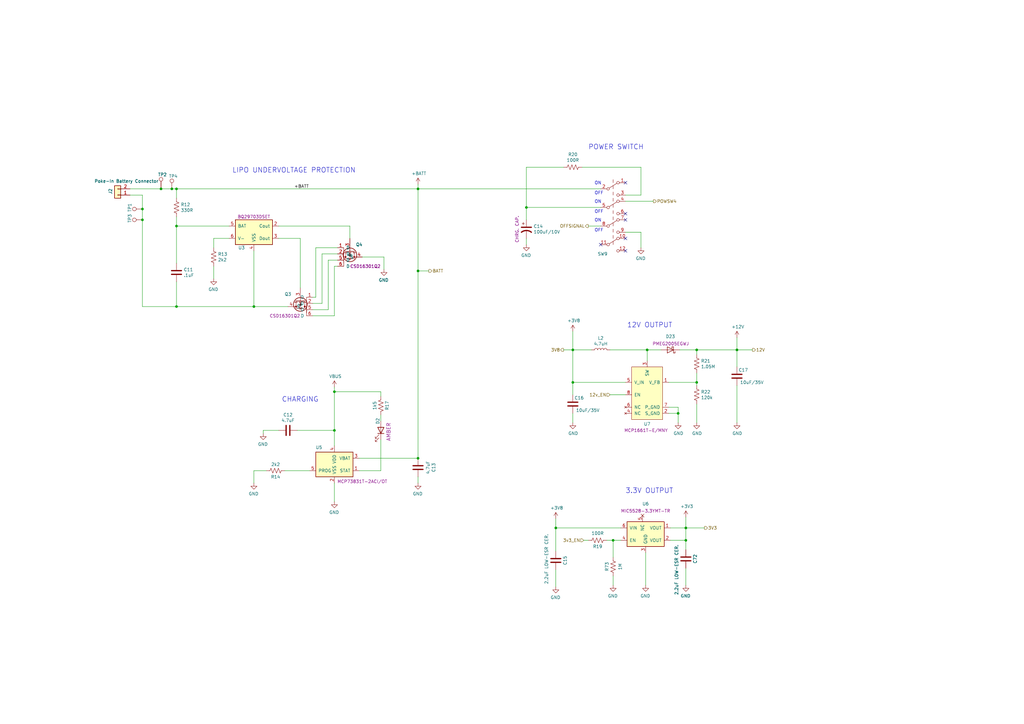
<source format=kicad_sch>
(kicad_sch (version 20211123) (generator eeschema)
  (paper "A3")
  (title_block (title "RCP CHARGING AND POWER MANAGEMENT"))
  (lib_symbols
    (symbol "Battery_Management:BQ297xy" (pin_names (offset 1.016))
      (property "Reference" "U" (at -6.35 6.35 0))
      (property "Value" "BQ297xy" (at 5.08 -6.35 0))
      (symbol "BQ297xy_0_1"
        (rectangle (start -7.62 5.08) (end 7.62 -5.08) (stroke (width 0.254)) (fill (type background)))
      )
      (symbol "BQ297xy_1_1"
        (pin no_connect line (at 7.62 0 180) (length 2.54) hide (name "NC") (number "1"))
        (pin output line (at 10.16 2.54 180) (length 2.54) (name "Cout") (number "2"))
        (pin output line (at 10.16 -2.54 180) (length 2.54) (name "Dout") (number "3"))
        (pin power_in line (at 0 -7.62 90) (length 2.54) (name "VSS") (number "4"))
        (pin input line (at -10.16 2.54 0) (length 2.54) (name "BAT") (number "5"))
        (pin input line (at -10.16 -2.54 0) (length 2.54) (name "V-") (number "6"))
      )
    )
    (symbol "Battery_Management:MCP73831-2-OT" (pin_names (offset 1.016))
      (property "Reference" "U" (at -7.62 6.35 0))
      (property "Value" "MCP73831-2-OT" (at 1.27 6.35 0))
      (symbol "MCP73831-2-OT_0_1"
        (rectangle (start -7.62 5.08) (end 7.62 -5.08) (stroke (width 0.254)) (fill (type background)))
      )
      (symbol "MCP73831-2-OT_1_1"
        (pin output line (at 10.16 -2.54 180) (length 2.54) (name "STAT") (number "1"))
        (pin power_in line (at 0 -7.62 90) (length 2.54) (name "VSS") (number "2"))
        (pin power_out line (at 10.16 2.54 180) (length 2.54) (name "VBAT") (number "3"))
        (pin power_in line (at 0 7.62 270) (length 2.54) (name "VDD") (number "4"))
        (pin input line (at -10.16 -2.54 0) (length 2.54) (name "PROG") (number "5"))
      )
    )
    (symbol "Connector:TestPoint" (pin_numbers hide) (pin_names (offset 0.762) hide)
      (property "Reference" "TP" (at 0 6.858 0))
      (property "Value" "TestPoint" (at 0 5.08 0))
      (symbol "TestPoint_0_1"
        (circle (center 0 3.302) (radius 0.762))
      )
      (symbol "TestPoint_1_1"
        (pin passive line (at 0 0 90) (length 2.54) (name "1") (number "1"))
      )
    )
    (symbol "Connector_Generic:Conn_01x02" (pin_names (offset 1.016) hide)
      (property "Reference" "J" (at 0 2.54 0))
      (property "Value" "Conn_01x02" (at 0 -5.08 0))
      (symbol "Conn_01x02_1_1"
        (rectangle (start -1.27 -2.413) (end 0 -2.667) (stroke (width 0.1524)))
        (rectangle (start -1.27 0.127) (end 0 -0.127) (stroke (width 0.1524)))
        (rectangle (start -1.27 1.27) (end 1.27 -3.81) (stroke (width 0.254)) (fill (type background)))
        (pin passive line (at -5.08 0 0) (length 3.81) (name "Pin_1") (number "1"))
        (pin passive line (at -5.08 -2.54 0) (length 3.81) (name "Pin_2") (number "2"))
      )
    )
    (symbol "Device:C" (pin_numbers hide) (pin_names (offset 0.254))
      (property "Reference" "C" (at 0.635 2.54 0))
      (property "Value" "C" (at 0.635 -2.54 0))
      (symbol "C_0_1"
        (polyline (pts (xy -2.032 -0.762) (xy 2.032 -0.762)) (stroke (width 0.508)))
        (polyline (pts (xy -2.032 0.762) (xy 2.032 0.762)) (stroke (width 0.508)))
      )
      (symbol "C_1_1"
        (pin passive line (at 0 3.81 270) (length 2.794) (name "~") (number "1"))
        (pin passive line (at 0 -3.81 90) (length 2.794) (name "~") (number "2"))
      )
    )
    (symbol "Device:CP1" (pin_numbers hide) (pin_names (offset 0.254) hide)
      (property "Reference" "C" (at 0.635 2.54 0))
      (property "Value" "Device_CP1" (at 0.635 -2.54 0))
      (symbol "CP1_0_1"
        (polyline (pts (xy -2.032 0.762) (xy 2.032 0.762)) (stroke (width 0.508)))
        (polyline (pts (xy -1.778 2.286) (xy -0.762 2.286)))
        (polyline (pts (xy -1.27 1.778) (xy -1.27 2.794)))
        (arc (start 2.032 -1.27) (mid 0 -0.5572) (end -2.032 -1.27) (stroke (width 0.508)))
      )
      (symbol "CP1_1_1"
        (pin passive line (at 0 3.81 270) (length 2.794) (name "~") (number "1"))
        (pin passive line (at 0 -3.81 90) (length 3.302) (name "~") (number "2"))
      )
    )
    (symbol "Device:L" (pin_numbers hide) (pin_names (offset 1.016) hide)
      (property "Reference" "L" (at -1.27 0 90))
      (property "Value" "L" (at 1.905 0 90))
      (symbol "L_0_1"
        (arc (start 0 -2.54) (mid 0.635 -1.905) (end 0 -1.27))
        (arc (start 0 -1.27) (mid 0.635 -0.635) (end 0 0))
        (arc (start 0 0) (mid 0.635 0.635) (end 0 1.27))
        (arc (start 0 1.27) (mid 0.635 1.905) (end 0 2.54))
      )
      (symbol "L_1_1"
        (pin passive line (at 0 3.81 270) (length 1.27) (name "1") (number "1"))
        (pin passive line (at 0 -3.81 90) (length 1.27) (name "2") (number "2"))
      )
    )
    (symbol "Device:LED" (pin_numbers hide) (pin_names (offset 1.016) hide)
      (property "Reference" "D" (at 0 2.54 0))
      (property "Value" "LED" (at 0 -2.54 0))
      (symbol "LED_0_1"
        (polyline (pts (xy -1.27 -1.27) (xy -1.27 1.27)) (stroke (width 0.254)))
        (polyline (pts (xy -1.27 0) (xy 1.27 0)))
        (polyline (pts (xy 1.27 -1.27) (xy 1.27 1.27) (xy -1.27 0) (xy 1.27 -1.27)) (stroke (width 0.254)))
        (polyline (pts (xy -3.048 -0.762) (xy -4.572 -2.286) (xy -3.81 -2.286) (xy -4.572 -2.286) (xy -4.572 -1.524)))
        (polyline (pts (xy -1.778 -0.762) (xy -3.302 -2.286) (xy -2.54 -2.286) (xy -3.302 -2.286) (xy -3.302 -1.524)))
      )
      (symbol "LED_1_1"
        (pin passive line (at -3.81 0 0) (length 2.54) (name "K") (number "1"))
        (pin passive line (at 3.81 0 180) (length 2.54) (name "A") (number "2"))
      )
    )
    (symbol "Device:R_US" (pin_numbers hide) (pin_names (offset 0))
      (property "Reference" "R" (at 2.54 0 90))
      (property "Value" "R_US" (at -2.54 0 90))
      (symbol "R_US_0_1"
        (polyline (pts (xy 0 -2.286) (xy 0 -2.54)))
        (polyline (pts (xy 0 2.286) (xy 0 2.54)))
        (polyline (pts (xy 0 -0.762) (xy 1.016 -1.143) (xy 0 -1.524) (xy -1.016 -1.905) (xy 0 -2.286)))
        (polyline (pts (xy 0 0.762) (xy 1.016 0.381) (xy 0 0) (xy -1.016 -0.381) (xy 0 -0.762)))
        (polyline (pts (xy 0 2.286) (xy 1.016 1.905) (xy 0 1.524) (xy -1.016 1.143) (xy 0 0.762)))
      )
      (symbol "R_US_1_1"
        (pin passive line (at 0 3.81 270) (length 1.27) (name "~") (number "1"))
        (pin passive line (at 0 -3.81 90) (length 1.27) (name "~") (number "2"))
      )
    )
    (symbol "Diode:PMEG6010CEH" (pin_numbers hide) (pin_names hide)
      (property "Reference" "D" (at 0 2.54 0))
      (property "Value" "PMEG6010CEH" (at 0 -2.54 0))
      (symbol "PMEG6010CEH_0_1"
        (polyline (pts (xy 1.27 0) (xy -1.27 0)))
        (polyline (pts (xy 1.27 1.27) (xy 1.27 -1.27) (xy -1.27 0) (xy 1.27 1.27)) (stroke (width 0.2032)))
        (polyline (pts (xy -1.905 0.635) (xy -1.905 1.27) (xy -1.27 1.27) (xy -1.27 -1.27) (xy -0.635 -1.27) (xy -0.635 -0.635)) (stroke (width 0.2032)))
      )
      (symbol "PMEG6010CEH_1_1"
        (pin passive line (at -3.81 0 0) (length 2.54) (name "K") (number "1"))
        (pin passive line (at 3.81 0 180) (length 2.54) (name "A") (number "2"))
      )
    )
    (symbol "MyLibrary:MCP1661" (pin_names (offset 1.016))
      (property "Reference" "U" (at -3.81 10.16 0))
      (property "Value" "MyLibrary_MCP1661" (at 6.35 10.16 0))
      (symbol "MCP1661_0_1"
        (rectangle (start -6.35 8.89) (end 6.35 -12.7) (fill (type background)))
      )
      (symbol "MCP1661_1_1"
        (pin input line (at 8.89 2.54 180) (length 2.54) (name "V_FB") (number "1"))
        (pin input line (at 8.89 -10.16 180) (length 2.54) (name "S_GND") (number "2"))
        (pin input line (at 0 11.43 270) (length 2.54) (name "SW") (number "3"))
        (pin no_connect line (at -8.89 -10.16 0) (length 2.54) (name "NC") (number "4"))
        (pin input line (at -8.89 2.54 0) (length 2.54) (name "V_IN") (number "5"))
        (pin no_connect line (at -8.89 -7.62 0) (length 2.54) (name "NC") (number "6"))
        (pin input line (at 8.89 -7.62 180) (length 2.54) (name "P_GND") (number "7"))
        (pin input line (at -8.89 -2.54 0) (length 2.54) (name "EN") (number "8"))
      )
    )
    (symbol "MyLibrary:MIC5528" (pin_names (offset 1.016))
      (property "Reference" "U" (at -6.35 7.62 0))
      (property "Value" "MyLibrary_MIC5528" (at 6.35 7.62 0))
      (symbol "MIC5528_0_1"
        (polyline (pts (xy -1.905 6.985) (xy -0.635 8.255)))
        (polyline (pts (xy -1.905 8.255) (xy -0.635 6.985)))
      )
      (symbol "MIC5528_1_1"
        (rectangle (start -7.62 -5.08) (end 7.62 5.08) (stroke (width 0.254)) (fill (type background)))
        (pin power_out line (at 10.16 2.54 180) (length 2.54) (name "VOUT") (number "1"))
        (pin power_out line (at 10.16 -2.54 180) (length 2.54) (name "VOUT") (number "2"))
        (pin power_in line (at 0 -7.62 90) (length 2.54) (name "GND") (number "3"))
        (pin input line (at -10.16 -2.54 0) (length 2.54) (name "EN") (number "4"))
        (pin input line (at -1.27 7.62 270) (length 2.54) (name "NC") (number "5"))
        (pin power_in line (at -10.16 2.54 0) (length 2.54) (name "VIN") (number "6"))
      )
    )
    (symbol "MyLibrary:SW_4P2T" (pin_names (offset 1.016))
      (property "Reference" "SW" (at -2.54 3.81 0))
      (property "Value" "MyLibrary_SW_4P2T" (at 1.27 5.08 0))
      (symbol "SW_4P2T_0_1"
        (circle (center -0.762 0) (radius 0.508))
        (polyline (pts (xy -0.254 0.381) (xy 2.794 2.286)))
        (polyline (pts (xy 1.27 -21.59) (xy 1.27 -22.86)))
        (polyline (pts (xy 1.27 -19.05) (xy 1.27 -20.32)))
        (polyline (pts (xy 1.27 -16.51) (xy 1.27 -17.78)))
        (polyline (pts (xy 1.27 -13.97) (xy 1.27 -15.24)))
        (polyline (pts (xy 1.27 -11.43) (xy 1.27 -12.7)))
        (polyline (pts (xy 1.27 -8.89) (xy 1.27 -10.16)))
        (polyline (pts (xy 1.27 -6.35) (xy 1.27 -7.62)))
        (polyline (pts (xy 1.27 -3.81) (xy 1.27 -5.08)))
        (polyline (pts (xy 1.27 -1.27) (xy 1.27 -2.54)))
        (polyline (pts (xy 1.27 1.27) (xy 1.27 0)))
        (polyline (pts (xy 1.27 3.81) (xy 1.27 2.54)))
        (circle (center 3.302 2.54) (radius 0.5334))
      )
      (symbol "SW_4P2T_1_1"
        (circle (center -0.762 -22.86) (radius 0.5334))
        (circle (center -0.762 -15.24) (radius 0.5334))
        (circle (center -0.762 -7.62) (radius 0.5334))
        (polyline (pts (xy -0.254 -22.479) (xy 2.794 -20.574)))
        (polyline (pts (xy -0.254 -14.859) (xy 2.794 -12.954)))
        (polyline (pts (xy -0.254 -7.239) (xy 2.794 -5.334)))
        (circle (center 3.302 -25.4) (radius 0.5334))
        (circle (center 3.302 -20.32) (radius 0.5334))
        (circle (center 3.302 -17.78) (radius 0.5334))
        (circle (center 3.302 -12.7) (radius 0.5334))
        (circle (center 3.302 -10.16) (radius 0.5334))
        (circle (center 3.302 -5.08) (radius 0.5334))
        (circle (center 3.302 -2.54) (radius 0.5334))
        (pin input line (at 6.35 2.54 180) (length 2.54) (name "~") (number "1"))
        (pin input line (at 6.35 -20.32 180) (length 2.54) (name "~") (number "10"))
        (pin input line (at -3.81 -22.86 0) (length 2.54) (name "~") (number "11"))
        (pin input line (at 6.35 -25.4 180) (length 2.54) (name "~") (number "12"))
        (pin input line (at -3.81 0 0) (length 2.54) (name "~") (number "2"))
        (pin input line (at 6.35 -2.54 180) (length 2.54) (name "~") (number "3"))
        (pin input line (at 6.35 -5.08 180) (length 2.54) (name "~") (number "4"))
        (pin input line (at -3.81 -7.62 0) (length 2.54) (name "~") (number "5"))
        (pin input line (at 6.35 -10.16 180) (length 2.54) (name "~") (number "6"))
        (pin input line (at 6.35 -12.7 180) (length 2.54) (name "~") (number "7"))
        (pin input line (at -3.81 -15.24 0) (length 2.54) (name "~") (number "8"))
        (pin input line (at 6.35 -17.78 180) (length 2.54) (name "~") (number "9"))
      )
    )
    (symbol "RUSP_Mainboard-rescue:Q_NMOS_POWER-MyLibrary-RotaryCellPhone-4G-rescue-4GRotaryCellPhone-rescue-4GRCP_Mainboard-rescue" (pin_names (offset 1.016))
      (property "Reference" "Q" (at 5.08 -5.08 0))
      (property "Value" "Q_NMOS_POWER-MyLibrary-RotaryCellPhone-4G-rescue-4GRotaryCellPhone-rescue-4GRCP_Mainboard-rescue" (at -29.21 5.08 0))
      (symbol "Q_NMOS_POWER-MyLibrary-RotaryCellPhone-4G-rescue-4GRotaryCellPhone-rescue-4GRCP_Mainboard-rescue_0_1"
        (polyline (pts (xy 3.81 2.54) (xy -3.81 2.54)))
      )
      (symbol "Q_NMOS_POWER-MyLibrary-RotaryCellPhone-4G-rescue-4GRotaryCellPhone-rescue-4GRCP_Mainboard-rescue_1_1"
        (circle (center -0.889 0) (radius 2.8194) (stroke (width 0.254)))
        (circle (center 0 -1.778) (radius 0.2794) (fill (type outline)))
        (polyline (pts (xy -2.4892 0) (xy -2.286 0)))
        (polyline (pts (xy -1.778 -1.778) (xy 0 -1.778)))
        (polyline (pts (xy -1.778 -1.27) (xy -1.778 -2.286)) (stroke (width 0.254)))
        (polyline (pts (xy -1.778 0) (xy 0 0)))
        (polyline (pts (xy -1.778 0.508) (xy -1.778 -0.508)) (stroke (width 0.254)))
        (polyline (pts (xy -1.778 1.778) (xy 0 1.778)))
        (polyline (pts (xy -1.778 2.286) (xy -1.778 1.27)) (stroke (width 0.254)))
        (polyline (pts (xy 0 -1.778) (xy 0 -2.54)))
        (polyline (pts (xy 0 -1.778) (xy 0 0)))
        (polyline (pts (xy 0 2.54) (xy 0 1.778)))
        (polyline (pts (xy 0 2.54) (xy 2.54 2.54)))
        (polyline (pts (xy -2.286 1.905) (xy -2.286 -1.905) (xy -2.286 -1.905)) (stroke (width 0.254)))
        (polyline (pts (xy -1.524 0) (xy -0.508 0.381) (xy -0.508 -0.381) (xy -1.524 0)) (fill (type outline)))
        (polyline (pts (xy 0 -1.778) (xy 0.762 -1.778) (xy 0.762 1.778) (xy 0 1.778)))
        (polyline (pts (xy 0.254 0.508) (xy 0.381 0.381) (xy 1.143 0.381) (xy 1.27 0.254)))
        (polyline (pts (xy 0.762 0.381) (xy 0.381 -0.254) (xy 1.143 -0.254) (xy 0.762 0.381)))
        (circle (center 0 1.778) (radius 0.2794) (fill (type outline)))
        (pin input line (at -3.81 5.08 270) (length 2.54) (name "D") (number "1"))
        (pin input line (at -1.27 5.08 270) (length 2.54) (name "D") (number "2"))
        (pin input line (at -7.62 0 0) (length 5.08) (name "G") (number "3"))
        (pin passive line (at 0 -5.08 90) (length 2.54) (name "S") (number "4"))
        (pin passive line (at 1.27 5.08 270) (length 2.54) (name "D") (number "5"))
        (pin passive line (at 3.81 5.08 270) (length 2.54) (name "D") (number "6"))
      )
    )
    (symbol "power:+12V" (power) (pin_names (offset 0))
      (property "Value" "+12V" (at 0 3.556 0))
      (symbol "+12V_0_1"
        (polyline (pts (xy -0.762 1.27) (xy 0 2.54)))
        (polyline (pts (xy 0 0) (xy 0 2.54)))
        (polyline (pts (xy 0 2.54) (xy 0.762 1.27)))
      )
      (symbol "+12V_1_1"
        (pin power_in line (at 0 0 90) (length 0) hide (name "+12V") (number "1"))
      )
    )
    (symbol "power:+3V3" (power) (pin_names (offset 0))
      (property "Value" "+3V3" (at 0 3.556 0))
      (symbol "+3V3_0_1"
        (polyline (pts (xy -0.762 1.27) (xy 0 2.54)))
        (polyline (pts (xy 0 0) (xy 0 2.54)))
        (polyline (pts (xy 0 2.54) (xy 0.762 1.27)))
      )
      (symbol "+3V3_1_1"
        (pin power_in line (at 0 0 90) (length 0) hide (name "+3V3") (number "1"))
      )
    )
    (symbol "power:+3V8" (power) (pin_names (offset 0))
      (property "Value" "+3V8" (at 0 3.556 0))
      (symbol "+3V8_0_1"
        (polyline (pts (xy -0.762 1.27) (xy 0 2.54)))
        (polyline (pts (xy 0 0) (xy 0 2.54)))
        (polyline (pts (xy 0 2.54) (xy 0.762 1.27)))
      )
      (symbol "+3V8_1_1"
        (pin power_in line (at 0 0 90) (length 0) hide (name "+3V8") (number "1"))
      )
    )
    (symbol "power:+BATT" (power) (pin_names (offset 0))
      (property "Value" "+BATT" (at 0 3.556 0))
      (symbol "+BATT_0_1"
        (polyline (pts (xy -0.762 1.27) (xy 0 2.54)))
        (polyline (pts (xy 0 0) (xy 0 2.54)))
        (polyline (pts (xy 0 2.54) (xy 0.762 1.27)))
      )
      (symbol "+BATT_1_1"
        (pin power_in line (at 0 0 90) (length 0) hide (name "+BATT") (number "1"))
      )
    )
    (symbol "power:GND" (power) (pin_names (offset 0))
      (property "Value" "GND" (at 0 -3.81 0))
      (symbol "GND_0_1"
        (polyline (pts (xy 0 0) (xy 0 -1.27) (xy 1.27 -1.27) (xy 0 -2.54) (xy -1.27 -1.27) (xy 0 -1.27)))
      )
      (symbol "GND_1_1"
        (pin power_in line (at 0 0 270) (length 0) hide (name "GND") (number "1"))
      )
    )
    (symbol "power:VBUS" (power) (pin_names (offset 0))
      (property "Value" "VBUS" (at 0 3.81 0))
      (symbol "VBUS_0_1"
        (polyline (pts (xy -0.762 1.27) (xy 0 2.54)))
        (polyline (pts (xy 0 0) (xy 0 2.54)))
        (polyline (pts (xy 0 2.54) (xy 0.762 1.27)))
      )
      (symbol "VBUS_1_1"
        (pin power_in line (at 0 0 90) (length 0) hide (name "VBUS") (number "1"))
      )
    )
  )
  (junction (at 285.75 143.51))
  (junction (at 72.39 77.47))
  (junction (at 171.45 111.125))
  (junction (at 215.9 85.09))
  (junction (at 171.45 187.96))
  (junction (at 137.16 176.53))
  (junction (at 58.42 85.725))
  (junction (at 66.04 77.47))
  (junction (at 281.305 221.615))
  (junction (at 104.14 125.73))
  (junction (at 265.43 143.51))
  (junction (at 251.46 221.615))
  (junction (at 72.39 92.71))
  (junction (at 137.16 160.655))
  (junction (at 234.95 143.51))
  (junction (at 302.26 143.51))
  (junction (at 227.965 216.535))
  (junction (at 234.95 156.845))
  (junction (at 285.75 156.845))
  (junction (at 171.45 77.47))
  (junction (at 72.39 125.73))
  (junction (at 278.13 169.545))
  (junction (at 58.42 90.17))
  (junction (at 70.485 77.47))
  (junction (at 281.305 216.535))
  (no_connect (at 256.54 74.93))
  (no_connect (at 256.54 90.17))
  (no_connect (at 246.38 100.33))
  (no_connect (at 256.54 97.79))
  (no_connect (at 256.54 87.63))
  (no_connect (at 256.54 102.87))
  (wire (pts (xy 274.32 167.005) (xy 278.13 167.005)))
  (wire (pts (xy 256.54 156.845) (xy 234.95 156.845)))
  (wire (pts (xy 251.46 240.03) (xy 251.46 236.22)))
  (wire (pts (xy 137.16 160.655) (xy 137.16 176.53)))
  (wire (pts (xy 215.9 100.33) (xy 215.9 97.79)))
  (wire (pts (xy 72.39 77.47) (xy 171.45 77.47)))
  (wire (pts (xy 227.965 233.68) (xy 227.965 240.665)))
  (wire (pts (xy 147.32 193.04) (xy 156.21 193.04)))
  (wire (pts (xy 281.305 216.535) (xy 281.305 221.615)))
  (wire (pts (xy 58.42 125.73) (xy 72.39 125.73)))
  (wire (pts (xy 134.62 127) (xy 128.27 127)))
  (wire (pts (xy 156.21 170.18) (xy 156.21 172.72)))
  (wire (pts (xy 93.98 92.71) (xy 72.39 92.71)))
  (wire (pts (xy 104.14 193.04) (xy 109.22 193.04)))
  (wire (pts (xy 87.63 114.3) (xy 87.63 109.22)))
  (wire (pts (xy 107.95 176.53) (xy 114.3 176.53)))
  (wire (pts (xy 87.63 97.79) (xy 93.98 97.79)))
  (wire (pts (xy 302.26 143.51) (xy 302.26 150.495)))
  (wire (pts (xy 114.3 97.79) (xy 123.19 97.79)))
  (wire (pts (xy 53.34 77.47) (xy 66.04 77.47)))
  (wire (pts (xy 248.92 221.615) (xy 251.46 221.615)))
  (wire (pts (xy 171.45 77.47) (xy 171.45 75.565)))
  (wire (pts (xy 156.21 180.34) (xy 156.21 193.04)))
  (wire (pts (xy 132.08 124.46) (xy 128.27 124.46)))
  (wire (pts (xy 281.305 233.045) (xy 281.305 240.03)))
  (wire (pts (xy 104.14 125.73) (xy 104.14 102.87)))
  (wire (pts (xy 148.59 105.41) (xy 157.48 105.41)))
  (wire (pts (xy 138.43 109.22) (xy 137.16 109.22)))
  (wire (pts (xy 137.16 176.53) (xy 137.16 182.88)))
  (wire (pts (xy 281.305 212.09) (xy 281.305 216.535)))
  (wire (pts (xy 137.16 160.655) (xy 156.21 160.655)))
  (wire (pts (xy 256.54 80.01) (xy 262.89 80.01)))
  (wire (pts (xy 132.08 104.14) (xy 132.08 124.46)))
  (wire (pts (xy 262.89 80.01) (xy 262.89 68.58)))
  (wire (pts (xy 127 193.04) (xy 116.84 193.04)))
  (wire (pts (xy 157.48 105.41) (xy 157.48 110.49)))
  (wire (pts (xy 66.04 77.47) (xy 70.485 77.47)))
  (wire (pts (xy 302.26 143.51) (xy 308.61 143.51)))
  (wire (pts (xy 137.16 205.74) (xy 137.16 198.12)))
  (wire (pts (xy 143.51 97.79) (xy 143.51 92.71)))
  (wire (pts (xy 238.76 68.58) (xy 262.89 68.58)))
  (wire (pts (xy 171.45 77.47) (xy 246.38 77.47)))
  (wire (pts (xy 138.43 106.68) (xy 134.62 106.68)))
  (wire (pts (xy 171.45 198.12) (xy 171.45 195.58)))
  (wire (pts (xy 264.795 226.695) (xy 264.795 240.03)))
  (wire (pts (xy 58.42 85.725) (xy 58.42 90.17)))
  (wire (pts (xy 175.895 111.125) (xy 171.45 111.125)))
  (wire (pts (xy 134.62 106.68) (xy 134.62 127)))
  (wire (pts (xy 215.9 85.09) (xy 246.38 85.09)))
  (wire (pts (xy 246.38 92.71) (xy 241.3 92.71)))
  (wire (pts (xy 231.14 143.51) (xy 234.95 143.51)))
  (wire (pts (xy 215.9 68.58) (xy 215.9 85.09)))
  (wire (pts (xy 123.19 97.79) (xy 123.19 118.11)))
  (wire (pts (xy 227.965 226.06) (xy 227.965 216.535)))
  (wire (pts (xy 274.32 169.545) (xy 278.13 169.545)))
  (wire (pts (xy 285.75 165.735) (xy 285.75 173.355)))
  (wire (pts (xy 288.925 216.535) (xy 281.305 216.535)))
  (wire (pts (xy 171.45 111.125) (xy 171.45 187.96)))
  (wire (pts (xy 274.32 156.845) (xy 285.75 156.845)))
  (wire (pts (xy 171.45 77.47) (xy 171.45 111.125)))
  (wire (pts (xy 281.305 221.615) (xy 281.305 225.425)))
  (wire (pts (xy 227.965 216.535) (xy 254.635 216.535)))
  (wire (pts (xy 302.26 143.51) (xy 285.75 143.51)))
  (wire (pts (xy 234.95 169.545) (xy 234.95 173.355)))
  (wire (pts (xy 143.51 92.71) (xy 114.3 92.71)))
  (wire (pts (xy 72.39 115.57) (xy 72.39 125.73)))
  (wire (pts (xy 256.54 95.25) (xy 262.89 95.25)))
  (wire (pts (xy 72.39 92.71) (xy 72.39 107.95)))
  (wire (pts (xy 58.42 90.17) (xy 58.42 125.73)))
  (wire (pts (xy 234.95 143.51) (xy 234.95 135.89)))
  (wire (pts (xy 215.9 68.58) (xy 231.14 68.58)))
  (wire (pts (xy 156.21 160.655) (xy 156.21 162.56)))
  (wire (pts (xy 138.43 104.14) (xy 132.08 104.14)))
  (wire (pts (xy 58.42 80.01) (xy 53.34 80.01)))
  (wire (pts (xy 302.26 138.43) (xy 302.26 143.51)))
  (wire (pts (xy 265.43 143.51) (xy 265.43 147.955)))
  (wire (pts (xy 72.39 88.9) (xy 72.39 92.71)))
  (wire (pts (xy 251.46 221.615) (xy 251.46 228.6)))
  (wire (pts (xy 285.75 143.51) (xy 285.75 145.415)))
  (wire (pts (xy 285.75 153.035) (xy 285.75 156.845)))
  (wire (pts (xy 66.04 76.835) (xy 66.04 77.47)))
  (wire (pts (xy 227.965 216.535) (xy 227.965 212.725)))
  (wire (pts (xy 281.305 221.615) (xy 274.955 221.615)))
  (wire (pts (xy 137.16 129.54) (xy 128.27 129.54)))
  (wire (pts (xy 104.14 125.73) (xy 118.11 125.73)))
  (wire (pts (xy 215.9 90.17) (xy 215.9 85.09)))
  (wire (pts (xy 278.13 167.005) (xy 278.13 169.545)))
  (wire (pts (xy 302.26 173.355) (xy 302.26 158.115)))
  (wire (pts (xy 128.27 121.92) (xy 129.54 121.92)))
  (wire (pts (xy 278.13 169.545) (xy 278.13 173.355)))
  (wire (pts (xy 234.95 156.845) (xy 234.95 143.51)))
  (wire (pts (xy 239.395 221.615) (xy 241.3 221.615)))
  (wire (pts (xy 137.16 109.22) (xy 137.16 129.54)))
  (wire (pts (xy 107.95 177.8) (xy 107.95 176.53)))
  (wire (pts (xy 121.92 176.53) (xy 137.16 176.53)))
  (wire (pts (xy 256.54 82.55) (xy 267.97 82.55)))
  (wire (pts (xy 251.46 221.615) (xy 254.635 221.615)))
  (wire (pts (xy 256.54 161.925) (xy 250.19 161.925)))
  (wire (pts (xy 234.95 161.925) (xy 234.95 156.845)))
  (wire (pts (xy 129.54 101.6) (xy 138.43 101.6)))
  (wire (pts (xy 262.89 95.25) (xy 262.89 101.6)))
  (wire (pts (xy 104.14 193.04) (xy 104.14 198.12)))
  (wire (pts (xy 147.32 187.96) (xy 171.45 187.96)))
  (wire (pts (xy 70.485 77.47) (xy 72.39 77.47)))
  (wire (pts (xy 87.63 101.6) (xy 87.63 97.79)))
  (wire (pts (xy 281.305 216.535) (xy 274.955 216.535)))
  (wire (pts (xy 278.765 143.51) (xy 285.75 143.51)))
  (wire (pts (xy 137.16 158.75) (xy 137.16 160.655)))
  (wire (pts (xy 129.54 121.92) (xy 129.54 101.6)))
  (wire (pts (xy 285.75 156.845) (xy 285.75 158.115)))
  (wire (pts (xy 234.95 143.51) (xy 242.57 143.51)))
  (wire (pts (xy 250.19 143.51) (xy 265.43 143.51)))
  (wire (pts (xy 72.39 81.28) (xy 72.39 77.47)))
  (wire (pts (xy 72.39 125.73) (xy 104.14 125.73)))
  (wire (pts (xy 58.42 80.01) (xy 58.42 85.725)))
  (wire (pts (xy 265.43 143.51) (xy 271.145 143.51)))
  (text "12V OUTPUT" (at 257.175 134.62 0) (effects (font (size 2.0066 2.0066)) (justify left bottom)))
  (text "LIPO UNDERVOLTAGE PROTECTION" (at 95.25 71.12 0) (effects (font (size 2.0066 2.0066)) (justify left bottom)))
  (text "ON\n\nOFF" (at 243.84 80.01 0) (effects (font (size 1.27 1.27)) (justify left bottom)))
  (text "POWER SWITCH" (at 241.3 61.595 0) (effects (font (size 2.0066 2.0066)) (justify left bottom)))
  (text "3.3V OUTPUT" (at 256.54 202.565 0) (effects (font (size 2.0066 2.0066)) (justify left bottom)))
  (text "ON\n\nOFF" (at 243.84 87.63 0) (effects (font (size 1.27 1.27)) (justify left bottom)))
  (text "ON\n\nOFF" (at 243.84 95.25 0) (effects (font (size 1.27 1.27)) (justify left bottom)))
  (text "CHARGING" (at 115.57 165.1 0) (effects (font (size 2.0066 2.0066)) (justify left bottom)))
  (label "+BATT" (at 120.65 77.47 0))
  (hierarchical_label "3V3" (shape output) (at 288.925 216.535 0))
  (hierarchical_label "12v_EN" (shape input) (at 250.19 161.925 180))
  (hierarchical_label "BATT" (shape output) (at 175.895 111.125 0))
  (hierarchical_label "3V8" (shape output) (at 231.14 143.51 180))
  (hierarchical_label "12V" (shape output) (at 308.61 143.51 0))
  (hierarchical_label "POWSW4" (shape output) (at 267.97 82.55 0))
  (hierarchical_label "OFFSIGNAL" (shape output) (at 241.3 92.71 180))
  (hierarchical_label "3v3_EN" (shape input) (at 239.395 221.615 180))
  (symbol (lib_id "Battery_Management:BQ297xy") (at 104.14 95.25 0) (unit 1)
    (property "Reference" "U3" (at 99.06 101.6 0))
    (property "Value" "LiPo Undervolt Protection IC" (effects hide))
    (property "Footprint" "Package_SON:WSON-6_1.5x1.5mm_P0.5mm" (effects hide))
    (property "Datasheet" "http://www.ti.com/lit/ds/symlink/bq2970.pdf" (effects hide))
    (property "Mfg. Name" "TI" (effects hide))
    (property "Mfg. Part No." "BQ29703DSET" (at 104.14 88.9 0))
  )
  (symbol (lib_id "power:+3V8") (at 227.965 212.725 0) (unit 1)
    (property "Reference" "#PWR0132" (effects hide))
    (property "Value" "+3V8" (at 228.346 208.3308 0))
  )
  (symbol (lib_id "power:+3V3") (at 281.305 212.09 0) (unit 1)
    (property "Reference" "#PWR0133" (effects hide))
    (property "Value" "+3V3" (at 281.686 207.6958 0))
  )
  (symbol (lib_id "power:GND") (at 264.795 240.03 0) (mirror y) (unit 1)
    (property "Reference" "#PWR0134" (effects hide))
    (property "Value" "GND" (at 264.668 244.4242 0))
  )
  (symbol (lib_id "Device:R_US") (at 245.11 221.615 270) (unit 1)
    (property "Reference" "R19" (at 245.11 224.155 90))
    (property "Value" "100R" (at 245.11 218.7194 90))
    (property "Footprint" "Resistor_SMD:R_0603_1608Metric" (effects hide))
  )
  (symbol (lib_id "Device:R_US") (at 72.39 85.09 0) (unit 1)
    (property "Reference" "R12" (at 74.1172 83.9216 0) (effects (justify left)))
    (property "Value" "330R" (at 74.1172 86.233 0) (effects (justify left)))
    (property "Footprint" "Resistor_SMD:R_0603_1608Metric" (effects hide))
  )
  (symbol (lib_id "Device:C") (at 72.39 111.76 0) (unit 1)
    (property "Reference" "C11" (at 75.311 110.5916 0) (effects (justify left)))
    (property "Value" ".1uF" (at 75.311 112.903 0) (effects (justify left)))
    (property "Footprint" "Capacitor_SMD:C_0603_1608Metric" (effects hide))
  )
  (symbol (lib_id "RUSP_Mainboard-rescue:Q_NMOS_POWER-MyLibrary-RotaryCellPhone-4G-rescue-4GRotaryCellPhone-rescue-4GRCP_Mainboard-rescue") (at 123.19 125.73 270) (unit 1)
    (property "Reference" "Q3" (at 118.11 120.65 90))
    (property "Value" "CSD16301Q2" (effects hide))
    (property "Footprint" "digikey-footprints:TI_CSD16301Q2" (effects hide))
    (property "Mfg. Name" "TI" (effects hide))
    (property "Mfg. Part No." "CSD16301Q2" (at 116.84 129.54 90))
  )
  (symbol (lib_id "RUSP_Mainboard-rescue:Q_NMOS_POWER-MyLibrary-RotaryCellPhone-4G-rescue-4GRotaryCellPhone-rescue-4GRCP_Mainboard-rescue") (at 143.51 105.41 90) (mirror x) (unit 1)
    (property "Reference" "Q4" (at 147.32 100.33 90))
    (property "Value" "CSD16301Q2" (effects hide))
    (property "Footprint" "digikey-footprints:TI_CSD16301Q2" (effects hide))
    (property "Mfg. Name" "TI" (effects hide))
    (property "Mfg. Part No." "CSD16301Q2" (at 149.86 109.22 90))
  )
  (symbol (lib_id "power:GND") (at 157.48 110.49 0) (mirror y) (unit 1)
    (property "Reference" "#PWR0129" (effects hide))
    (property "Value" "GND" (at 157.353 114.8842 0))
  )
  (symbol (lib_id "power:+3V8") (at 234.95 135.89 0) (unit 1)
    (property "Reference" "#PWR0135" (effects hide))
    (property "Value" "+3V8" (at 235.331 131.4958 0))
  )
  (symbol (lib_id "power:GND") (at 234.95 173.355 0) (unit 1)
    (property "Reference" "#PWR0136" (effects hide))
    (property "Value" "GND" (at 235.077 177.7492 0))
  )
  (symbol (lib_id "Device:L") (at 246.38 143.51 90) (unit 1)
    (property "Reference" "L2" (at 246.38 138.684 90))
    (property "Value" "4.7uH" (at 246.38 140.9954 90))
    (property "Footprint" "MyFootprints:Inductor_Wurth_74438336100" (effects hide))
    (property "Datasheet" "https://www.we-online.de/katalog/datasheet/74438336100.pdf" (effects hide))
    (property "Mfg. Name" "Wurth" (effects hide))
    (property "Mfg. Part No." "74438336047" (effects hide))
  )
  (symbol (lib_id "Device:R_US") (at 285.75 149.225 0) (unit 1)
    (property "Reference" "R21" (at 287.4772 148.0566 0) (effects (justify left)))
    (property "Value" "1.05M" (at 287.4772 150.368 0) (effects (justify left)))
    (property "Footprint" "Resistor_SMD:R_0603_1608Metric" (effects hide))
  )
  (symbol (lib_id "Device:R_US") (at 285.75 161.925 0) (unit 1)
    (property "Reference" "R22" (at 287.4772 160.7566 0) (effects (justify left)))
    (property "Value" "120k" (at 287.4772 163.068 0) (effects (justify left)))
    (property "Footprint" "Resistor_SMD:R_0603_1608Metric" (effects hide))
  )
  (symbol (lib_id "power:GND") (at 285.75 173.355 0) (unit 1)
    (property "Reference" "#PWR0137" (effects hide))
    (property "Value" "GND" (at 285.877 177.7492 0))
  )
  (symbol (lib_id "Device:C") (at 302.26 154.305 0) (unit 1)
    (property "Reference" "C17" (at 302.895 151.765 0) (effects (justify left)))
    (property "Value" "10uF/35V" (at 303.53 156.845 0) (effects (justify left)))
    (property "Footprint" "Resistor_SMD:R_1206_3216Metric" (effects hide))
    (property "Mfg. Name" "TDK" (effects hide))
    (property "Mfg. Part No." "CGA5L1X7R1V106K160AC" (effects hide))
  )
  (symbol (lib_id "power:GND") (at 87.63 114.3 0) (mirror y) (unit 1)
    (property "Reference" "#PWR0130" (effects hide))
    (property "Value" "GND" (at 87.503 118.6942 0))
  )
  (symbol (lib_id "Device:R_US") (at 87.63 105.41 180) (unit 1)
    (property "Reference" "R13" (at 89.3572 104.2416 0) (effects (justify right)))
    (property "Value" "2k2" (at 89.3572 106.553 0) (effects (justify right)))
    (property "Footprint" "Resistor_SMD:R_0402_1005Metric" (effects hide))
    (property "Mfg. Name" "Panasonic" (effects hide))
    (property "Mfg. Part No." "ERJ-2GEJ222X" (effects hide))
  )
  (symbol (lib_id "Connector_Generic:Conn_01x02") (at 48.26 80.01 180) (unit 1)
    (property "Reference" "J2" (at 45.3136 79.6798 90) (effects (justify right)))
    (property "Value" "Poke-In Battery Connector" (at 38.735 74.295 0) (effects (justify right)))
    (property "Footprint" "MyFootprints:AVX_PokeInConnector" (effects hide))
    (property "Mfg. Name" "AVX" (effects hide))
    (property "Mfg. Part No." "009296002202906" (effects hide))
  )
  (symbol (lib_id "Device:CP1") (at 215.9 93.98 0) (unit 1)
    (property "Reference" "C14" (at 218.821 92.8116 0) (effects (justify left)))
    (property "Value" "100uF/10V" (at 218.821 95.123 0) (effects (justify left)))
    (property "Footprint" "MyFootprints:Capacitor_Wurth865080243007" (effects hide))
    (property "Datasheet" "https://www.we-online.de/katalog/datasheet/865080243007.pdf" (effects hide))
    (property "Mfg. Name" "Wurth" (effects hide))
    (property "Mfg. Part No." "865080243007" (effects hide))
    (property "Field8" "CHRG. CAP." (at 212.09 93.98 90))
  )
  (symbol (lib_id "power:GND") (at 215.9 100.33 0) (mirror y) (unit 1)
    (property "Reference" "#PWR0138" (effects hide))
    (property "Value" "GND" (at 215.773 104.7242 0))
  )
  (symbol (lib_id "power:VBUS") (at 137.16 158.75 0) (unit 1)
    (property "Reference" "#PWR0124" (effects hide))
    (property "Value" "VBUS" (at 137.541 154.3558 0))
  )
  (symbol (lib_id "Battery_Management:MCP73831-2-OT") (at 137.16 190.5 0) (unit 1)
    (property "Reference" "U5" (at 130.81 183.515 0))
    (property "Value" "Charge Mgmt. IC" (effects hide))
    (property "Footprint" "Package_TO_SOT_SMD:SOT-23-5" (effects hide))
    (property "Datasheet" "http://ww1.microchip.com/downloads/en/DeviceDoc/20001984g.pdf" (effects hide))
    (property "Mfg. Name" "Microchip" (effects hide))
    (property "Mfg. Part No." "MCP73831T-2ACI/OT" (at 148.59 197.485 0))
  )
  (symbol (lib_id "power:GND") (at 107.95 177.8 0) (mirror y) (unit 1)
    (property "Reference" "#PWR0125" (effects hide))
    (property "Value" "GND" (at 107.823 182.1942 0))
  )
  (symbol (lib_id "Device:C") (at 118.11 176.53 270) (unit 1)
    (property "Reference" "C12" (at 118.11 170.1292 90))
    (property "Value" "4.7uF" (at 118.11 172.4406 90))
    (property "Footprint" "Capacitor_SMD:C_0603_1608Metric" (effects hide))
    (property "Mfg. Name" "Samsung" (effects hide))
    (property "Mfg. Part No." "CL10A475KQ8NNNC" (effects hide))
  )
  (symbol (lib_id "power:GND") (at 137.16 205.74 0) (mirror y) (unit 1)
    (property "Reference" "#PWR0126" (effects hide))
    (property "Value" "GND" (at 137.033 210.1342 0))
  )
  (symbol (lib_id "Device:R_US") (at 113.03 193.04 90) (unit 1)
    (property "Reference" "R14" (at 113.03 195.58 90))
    (property "Value" "2k2" (at 113.03 190.5 90))
    (property "Footprint" "Resistor_SMD:R_0402_1005Metric" (effects hide))
    (property "Label" "Hi Rate" (effects hide))
    (property "Mfg. Name" "Panasonic" (effects hide))
    (property "Mfg. Part No." "ERJ-2GEJ222X" (effects hide))
  )
  (symbol (lib_id "power:GND") (at 104.14 198.12 0) (mirror y) (unit 1)
    (property "Reference" "#PWR0127" (effects hide))
    (property "Value" "GND" (at 104.013 202.5142 0))
  )
  (symbol (lib_id "power:GND") (at 171.45 198.12 0) (mirror y) (unit 1)
    (property "Reference" "#PWR0128" (effects hide))
    (property "Value" "GND" (at 171.323 202.5142 0))
  )
  (symbol (lib_id "power:GND") (at 262.89 101.6 0) (mirror y) (unit 1)
    (property "Reference" "#PWR0140" (effects hide))
    (property "Value" "GND" (at 262.763 105.9942 0))
  )
  (symbol (lib_id "power:+12V") (at 302.26 138.43 0) (unit 1)
    (property "Reference" "#PWR0142" (effects hide))
    (property "Value" "+12V" (at 302.641 134.0358 0))
  )
  (symbol (lib_id "Device:R_US") (at 234.95 68.58 270) (unit 1)
    (property "Reference" "R20" (at 234.95 63.373 90))
    (property "Value" "100R" (at 234.95 65.6844 90))
    (property "Footprint" "Resistor_SMD:R_0603_1608Metric" (effects hide))
  )
  (symbol (lib_id "MyLibrary:SW_4P2T") (at 250.19 77.47 0) (unit 1)
    (property "Reference" "SW9" (at 245.11 104.14 0) (effects (justify left)))
    (property "Value" "Power Switch 4P2T" (effects hide))
    (property "Footprint" "MyFootprints:Switch_4PDT_ESwitch-EG4208" (effects hide))
    (property "Datasheet" "http://spec_sheets.e-switch.com/specs/P040280.pdf" (effects hide))
    (property "Mfg. Name" "E-Switch" (effects hide))
    (property "Mfg. Part No." "EG4208 " (effects hide))
  )
  (symbol (lib_id "MyLibrary:MIC5528") (at 264.795 219.075 0) (unit 1)
    (property "Reference" "U6" (at 264.795 206.629 0))
    (property "Value" "3.3V Linear Regulator" (effects hide))
    (property "Footprint" "MyFootprints:LDO_MIC5528" (effects hide))
    (property "Datasheet" "http://ww1.microchip.com/downloads/en/DeviceDoc/MIC5528-High-Performance-500mA-LDO-in-Thin-and-Extra-Thin-DFN-Packages-DS20005982B.pdf" (effects hide))
    (property "Mfg. Name" "Microchip" (effects hide))
    (property "Mfg. Part No." "MIC5528-3.3YMT-TR" (at 264.795 209.55 0))
  )
  (symbol (lib_id "Device:R_US") (at 251.46 232.41 180) (unit 1)
    (property "Reference" "R73" (at 248.92 232.41 90))
    (property "Value" "1M" (at 254.3556 232.41 90))
    (property "Footprint" "Resistor_SMD:R_0603_1608Metric" (effects hide))
  )
  (symbol (lib_id "power:GND") (at 251.46 240.03 0) (mirror y) (unit 1)
    (property "Reference" "#PWR0238" (effects hide))
    (property "Value" "GND" (at 251.333 244.4242 0))
  )
  (symbol (lib_id "power:GND") (at 281.305 240.03 0) (mirror y) (unit 1)
    (property "Reference" "#PWR0239" (effects hide))
    (property "Value" "GND" (at 281.178 244.4242 0))
  )
  (symbol (lib_id "Device:C") (at 227.965 229.87 180) (unit 1)
    (property "Reference" "C15" (at 231.775 229.87 90))
    (property "Value" "2.2uF LOW-ESR CER." (at 224.155 229.235 90))
    (property "Footprint" "Capacitor_SMD:C_0603_1608Metric" (effects hide))
    (property "Notes" "X5R or X7R" (effects hide))
  )
  (symbol (lib_id "power:GND") (at 227.965 240.665 0) (mirror y) (unit 1)
    (property "Reference" "#PWR0240" (effects hide))
    (property "Value" "GND" (at 227.838 245.0592 0))
  )
  (symbol (lib_id "MyLibrary:MCP1661") (at 265.43 159.385 0) (unit 1)
    (property "Reference" "U7" (at 265.43 173.9138 0))
    (property "Value" "12V Boost Converter" (effects hide))
    (property "Footprint" "MyFootprints:BoostConverter_MCP1661" (effects hide))
    (property "Datasheet" "https://ww1.microchip.com/downloads/en/DeviceDoc/20005315B.pdf" (effects hide))
    (property "Mfg. Name" "Microchip" (effects hide))
    (property "Mfg. Part No." "MCP1661T-E/MNY " (at 265.43 176.53 0))
  )
  (symbol (lib_id "Device:C") (at 281.305 229.235 180) (unit 1)
    (property "Reference" "C72" (at 285.115 229.235 90))
    (property "Value" "2.2uF LOW-ESR CER." (at 277.495 233.68 90))
    (property "Footprint" "Capacitor_SMD:C_0603_1608Metric" (effects hide))
    (property "Notes" "X5R or X7R" (effects hide))
  )
  (symbol (lib_id "power:GND") (at 278.13 173.355 0) (unit 1)
    (property "Reference" "#PWR0241" (effects hide))
    (property "Value" "GND" (at 278.257 177.7492 0))
  )
  (symbol (lib_id "power:GND") (at 302.26 173.355 0) (unit 1)
    (property "Reference" "#PWR0242" (effects hide))
    (property "Value" "GND" (at 302.387 177.7492 0))
  )
  (symbol (lib_id "Diode:PMEG6010CEH") (at 274.955 143.51 180) (unit 1)
    (property "Reference" "D23" (at 274.955 138.0236 0))
    (property "Value" "20V 500mA Schottky for 12V Stage" (effects hide))
    (property "Footprint" "Diode_SMD:D_SOD-123" (effects hide))
    (property "Datasheet" "https://assets.nexperia.com/documents/data-sheet/PMEG2005EGW.pdf" (effects hide))
    (property "Mfg. Name" "Nexperia" (effects hide))
    (property "Mfg. Part No." "PMEG2005EGWJ " (at 275.59 140.97 0))
  )
  (symbol (lib_id "Device:C") (at 171.45 191.77 180) (unit 1)
    (property "Reference" "C13" (at 177.8508 191.77 90))
    (property "Value" "4.7uF" (at 175.5394 191.77 90))
    (property "Footprint" "Capacitor_SMD:C_0603_1608Metric" (effects hide))
    (property "Mfg. Name" "Samsung" (effects hide))
    (property "Mfg. Part No." "CL10A475KQ8NNNC" (effects hide))
  )
  (symbol (lib_id "power:+BATT") (at 171.45 75.565 0) (unit 1)
    (property "Reference" "#PWR0193" (effects hide))
    (property "Value" "+BATT" (at 171.831 71.1708 0))
  )
  (symbol (lib_id "Device:C") (at 234.95 165.735 0) (unit 1)
    (property "Reference" "C16" (at 235.585 163.195 0) (effects (justify left)))
    (property "Value" "10uF/35V" (at 236.22 168.275 0) (effects (justify left)))
    (property "Footprint" "Resistor_SMD:R_1206_3216Metric" (effects hide))
    (property "Mfg. Name" "TDK" (effects hide))
    (property "Mfg. Part No." "CGA5L1X7R1V106K160AC" (effects hide))
  )
  (symbol (lib_id "Device:R_US") (at 156.21 166.37 0) (mirror x) (unit 1)
    (property "Reference" "R17" (at 158.75 166.37 90))
    (property "Value" "1k5" (at 153.67 166.37 90))
    (property "Footprint" "Resistor_SMD:R_0603_1608Metric" (effects hide))
    (property "Distrib. Name" "Digi-Key" (effects hide))
    (property "Distrib Part No." "A130092CT-ND" (effects hide))
  )
  (symbol (lib_id "Device:LED") (at 156.21 176.53 270) (mirror x) (unit 1)
    (property "Reference" "D2" (at 154.94 172.72 0))
    (property "Value" "Amber LED" (effects hide))
    (property "Footprint" "LED_SMD:LED_0603_1608Metric_Castellated" (effects hide))
    (property "Mfg. Name" "Inolux" (effects hide))
    (property "Mfg. Part No." "IN-S63AT5Y" (effects hide))
    (property "Distrib. Name" "DigiKey" (effects hide))
    (property "Distrib Part No." "1830-1066-1-ND" (effects hide))
    (property "Color" "AMBER" (at 159.385 180.975 0) (effects (font (size 1.524 1.524)) (justify left)))
  )
  (symbol (lib_id "Connector:TestPoint") (at 70.485 77.47 0) (unit 1)
    (property "Reference" "TP4" (at 69.215 72.2629 0) (effects (justify left)))
    (property "Value" "TestPoint" (effects hide))
    (property "Footprint" "TestPoint:TestPoint_Pad_2.0x2.0mm" (effects hide))
  )
  (symbol (lib_id "Connector:TestPoint") (at 58.42 90.17 90) (unit 1)
    (property "Reference" "TP3" (at 53.2129 91.44 0) (effects (justify left)))
    (property "Value" "TestPoint" (effects hide))
    (property "Footprint" "TestPoint:TestPoint_Pad_2.0x2.0mm" (effects hide))
  )
  (symbol (lib_id "Connector:TestPoint") (at 66.04 76.835 0) (unit 1)
    (property "Reference" "TP2" (at 64.77 71.6279 0) (effects (justify left)))
    (property "Value" "TestPoint" (effects hide))
    (property "Footprint" "TestPoint:TestPoint_Pad_2.0x2.0mm" (effects hide))
  )
  (symbol (lib_id "Connector:TestPoint") (at 58.42 85.725 90) (unit 1)
    (property "Reference" "TP1" (at 53.2129 86.995 0) (effects (justify left)))
    (property "Value" "TestPoint" (effects hide))
    (property "Footprint" "TestPoint:TestPoint_Pad_2.0x2.0mm" (effects hide))
  )
)
</source>
